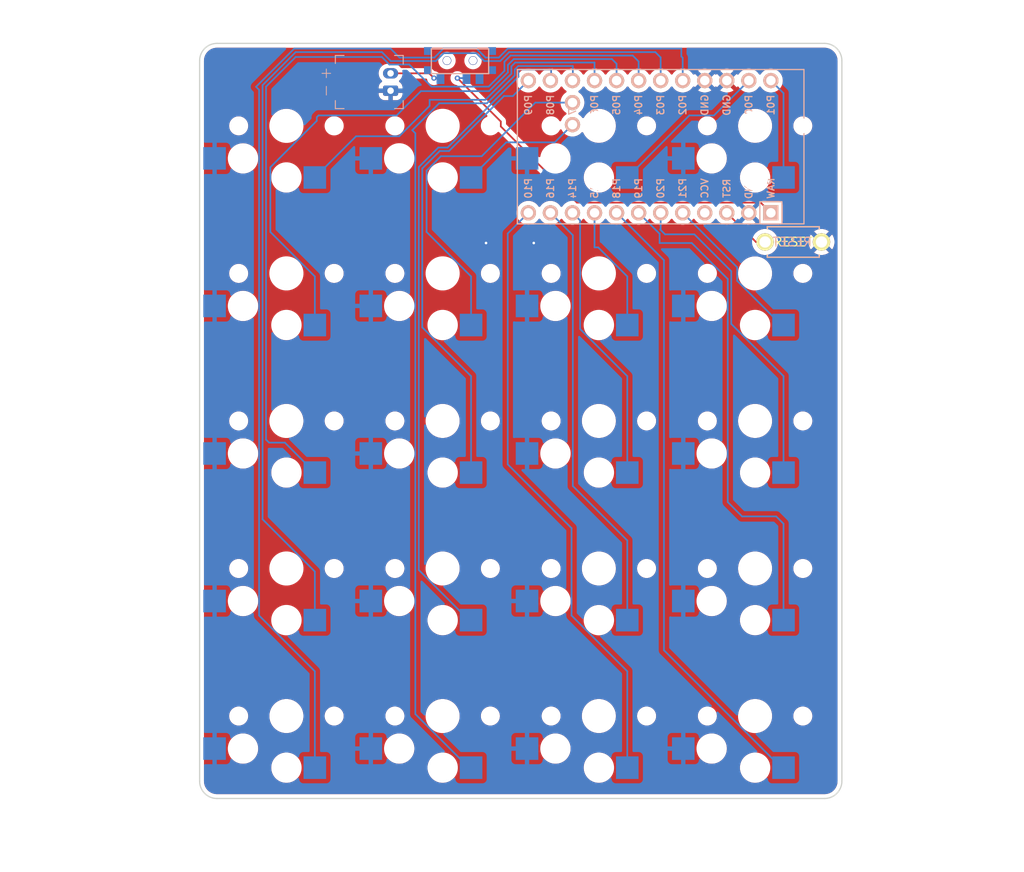
<source format=kicad_pcb>
(kicad_pcb (version 20241229) (generator "pcbnew") (generator_version "9.0")
  (title_block (title "freezepad-pcb") (date "2026-02-03") (rev "v1.0.0") (company "Unknown"))
  (layers (0 "F.Cu" signal) (2 "B.Cu" signal) (13 "F.Paste" user) (15 "B.Paste" user) (5 "F.SilkS" user "F.Silkscreen") (7 "B.SilkS" user "B.Silkscreen") (1 "F.Mask" user) (3 "B.Mask" user) (25 "Edge.Cuts" user))
  (net 0 "")
  (net 1 "matrix_col1_row1")
  (net 2 "GND")
  (net 3 "matrix_col1_row2")
  (net 4 "matrix_col1_row3")
  (net 5 "matrix_col1_row4")
  (net 6 "matrix_col1_row5")
  (net 7 "matrix_col2_row1")
  (net 8 "matrix_col2_row2")
  (net 9 "matrix_col2_row3")
  (net 10 "matrix_col2_row4")
  (net 11 "matrix_col2_row5")
  (net 12 "matrix_col3_row1")
  (net 13 "matrix_col3_row2")
  (net 14 "matrix_col3_row3")
  (net 15 "matrix_col3_row4")
  (net 16 "matrix_col3_row5")
  (net 17 "matrix_col4_row1")
  (net 18 "matrix_col4_row2")
  (net 19 "matrix_col4_row3")
  (net 20 "matrix_col4_row4")
  (net 21 "matrix_col4_row5")
  (net 22 "RAW")
  (net 23 "RST")
  (net 24 "VCC")
  (net 25 "B+")
  (footprint "E73:SPDT_C128955" (layer "F.Cu") (at 20 -75.52)
    (property "Reference" "T1" (hide yes))
    (property "Value" "" (hide yes))
    (fp_line (start -3.3 -1.35) (end -3.3 1.5) (stroke (width 0.15)) (layer "B.SilkS"))
    (fp_line (start -3.3 1.5) (end 3.3 1.5) (stroke (width 0.15)) (layer "B.SilkS"))
    (fp_line (start 0 -1.35) (end -3.3 -1.35) (stroke (width 0.15)) (layer "B.SilkS"))
    (fp_line (start 0 -1.35) (end 3.3 -1.35) (stroke (width 0.15)) (layer "B.SilkS"))
    (fp_line (start 1.95 -1.35) (end -1.95 -1.35) (stroke (width 0.15)) (layer "B.SilkS"))
    (fp_line (start 3.3 1.5) (end 3.3 -1.35) (stroke (width 0.15)) (layer "B.SilkS"))
    (pad "" smd rect (at -3.7 -1.1) (size 0.9 0.9) (layers "B.Cu" "B.Mask" "B.Paste"))
    (pad "" smd rect (at -3.7 1.1) (size 0.9 0.9) (layers "B.Cu" "B.Mask" "B.Paste"))
    (pad "" np_thru_hole circle (at -1.5 0) (size 1 1) (drill 0.9) (layers "*.Cu" "*.Mask"))
    (pad "" np_thru_hole circle (at 1.5 0) (size 1 1) (drill 0.9) (layers "*.Cu" "*.Mask"))
    (pad "" smd rect (at 3.7 -1.1) (size 0.9 0.9) (layers "B.Cu" "B.Mask" "B.Paste"))
    (pad "" smd rect (at 3.7 1.1) (size 0.9 0.9) (layers "B.Cu" "B.Mask" "B.Paste"))
    (pad "1" smd rect (at -2.25 2.075) (size 0.9 1.25) (layers "B.Cu" "B.Mask" "B.Paste") (net 25 "B+"))
    (pad "2" smd rect (at 0.75 2.075) (size 0.9 1.25) (layers "B.Cu" "B.Mask" "B.Paste") (net 22 "RAW"))
    (pad "3" smd rect (at 2.25 2.075) (size 0.9 1.25) (layers "B.Cu" "B.Mask" "B.Paste"))
  )
  (footprint "kbd:ResetSW" (layer "F.Cu") (at 58.4 -54.62 180)
    (property "Reference" "B1" (hide yes))
    (property "Value" "")
    (fp_line (start 3 1.75) (end 3 1.5) (stroke (width 0.15)) (layer "F.SilkS"))
    (fp_line (start 3 -1.75) (end 3 -1.5) (stroke (width 0.15)) (layer "F.SilkS"))
    (fp_line (start -3 1.75) (end 3 1.75) (stroke (width 0.15)) (layer "F.SilkS"))
    (fp_line (start -3 1.75) (end -3 1.5) (stroke (width 0.15)) (layer "F.SilkS"))
    (fp_line (start -3 -1.75) (end 3 -1.75) (stroke (width 0.15)) (layer "F.SilkS"))
    (fp_line (start -3 -1.75) (end -3 -1.5) (stroke (width 0.15)) (layer "F.SilkS"))
    (fp_line (start 3 1.75) (end -3 1.75) (stroke (width 0.15)) (layer "B.SilkS"))
    (fp_line (start 3 1.5) (end 3 1.75) (stroke (width 0.15)) (layer "B.SilkS"))
    (fp_line (start 3 -1.75) (end 3 -1.5) (stroke (width 0.15)) (layer "B.SilkS"))
    (fp_line (start -3 1.75) (end -3 1.5) (stroke (width 0.15)) (layer "B.SilkS"))
    (fp_line (start -3 -1.5) (end -3 -1.75) (stroke (width 0.15)) (layer "B.SilkS"))
    (fp_line (start -3 -1.75) (end 3 -1.75) (stroke (width 0.15)) (layer "B.SilkS"))
    (fp_text user "RESET" (at 0 0 180) (layer "F.SilkS"))
    (fp_text user "RESET" (at 0.127 0 180) (layer "B.SilkS") (effects (justify mirror)))
    (pad "1" thru_hole circle (at 3.25 0 180) (size 2 2) (drill 1.3) (layers "*.Cu" "*.Mask" "F.SilkS") (net 23 "RST"))
    (pad "2" thru_hole circle (at -3.25 0 180) (size 2 2) (drill 1.3) (layers "*.Cu" "*.Mask" "F.SilkS") (net 2 "GND"))
  )
  (footprint "PG1350" (layer "F.Cu") (at 36 -17 180)
    (property "Reference" "S12" (hide yes))
    (property "Value" "" (hide yes))
    (pad "" np_thru_hole circle (at -5.5 0) (size 1.7018 1.7018) (drill 1.7018) (layers "*.Cu" "*.Mask"))
    (pad "" np_thru_hole circle (at 0 -5.95) (size 3 3) (drill 3) (layers "*.Cu" "*.Mask"))
    (pad "" np_thru_hole circle (at 0 0) (size 3.429 3.429) (drill 3.429) (layers "*.Cu" "*.Mask"))
    (pad "" np_thru_hole circle (at 5 -3.75) (size 3 3) (drill 3) (layers "*.Cu" "*.Mask"))
    (pad "" np_thru_hole circle (at 5.5 0) (size 1.7018 1.7018) (drill 1.7018) (layers "*.Cu" "*.Mask"))
    (pad "1" smd rect (at -3.275 -5.95 180) (size 2.6 2.6) (layers "B.Cu" "B.Mask" "B.Paste") (net 13 "matrix_col3_row2"))
    (pad "2" smd rect (at 8.275 -3.75 180) (size 2.6 2.6) (layers "B.Cu" "B.Mask" "B.Paste") (net 2 "GND"))
  )
  (footprint "PG1350" (layer "F.Cu") (at 54 -51 180)
    (property "Reference" "S19" (hide yes))
    (property "Value" "" (hide yes))
    (pad "" np_thru_hole circle (at -5.5 0) (size 1.7018 1.7018) (drill 1.7018) (layers "*.Cu" "*.Mask"))
    (pad "" np_thru_hole circle (at 0 -5.95) (size 3 3) (drill 3) (layers "*.Cu" "*.Mask"))
    (pad "" np_thru_hole circle (at 0 0) (size 3.429 3.429) (drill 3.429) (layers "*.Cu" "*.Mask"))
    (pad "" np_thru_hole circle (at 5 -3.75) (size 3 3) (drill 3) (layers "*.Cu" "*.Mask"))
    (pad "" np_thru_hole circle (at 5.5 0) (size 1.7018 1.7018) (drill 1.7018) (layers "*.Cu" "*.Mask"))
    (pad "1" smd rect (at -3.275 -5.95 180) (size 2.6 2.6) (layers "B.Cu" "B.Mask" "B.Paste") (net 20 "matrix_col4_row4"))
    (pad "2" smd rect (at 8.275 -3.75 180) (size 2.6 2.6) (layers "B.Cu" "B.Mask" "B.Paste") (net 2 "GND"))
  )
  (footprint "PG1350" (layer "F.Cu") (at 18 -51 180)
    (property "Reference" "S9" (hide yes))
    (property "Value" "" (hide yes))
    (pad "" np_thru_hole circle (at -5.5 0) (size 1.7018 1.7018) (drill 1.7018) (layers "*.Cu" "*.Mask"))
    (pad "" np_thru_hole circle (at 0 -5.95) (size 3 3) (drill 3) (layers "*.Cu" "*.Mask"))
    (pad "" np_thru_hole circle (at 0 0) (size 3.429 3.429) (drill 3.429) (layers "*.Cu" "*.Mask"))
    (pad "" np_thru_hole circle (at 5 -3.75) (size 3 3) (drill 3) (layers "*.Cu" "*.Mask"))
    (pad "" np_thru_hole circle (at 5.5 0) (size 1.7018 1.7018) (drill 1.7018) (layers "*.Cu" "*.Mask"))
    (pad "1" smd rect (at -3.275 -5.95 180) (size 2.6 2.6) (layers "B.Cu" "B.Mask" "B.Paste") (net 10 "matrix_col2_row4"))
    (pad "2" smd rect (at 8.275 -3.75 180) (size 2.6 2.6) (layers "B.Cu" "B.Mask" "B.Paste") (net 2 "GND"))
  )
  (footprint "PG1350" (layer "F.Cu") (at 0 -68 180)
    (property "Reference" "S5" (hide yes))
    (property "Value" "" (hide yes))
    (pad "" np_thru_hole circle (at -5.5 0) (size 1.7018 1.7018) (drill 1.7018) (layers "*.Cu" "*.Mask"))
    (pad "" np_thru_hole circle (at 0 -5.95) (size 3 3) (drill 3) (layers "*.Cu" "*.Mask"))
    (pad "" np_thru_hole circle (at 0 0) (size 3.429 3.429) (drill 3.429) (layers "*.Cu" "*.Mask"))
    (pad "" np_thru_hole circle (at 5 -3.75) (size 3 3) (drill 3) (layers "*.Cu" "*.Mask"))
    (pad "" np_thru_hole circle (at 5.5 0) (size 1.7018 1.7018) (drill 1.7018) (layers "*.Cu" "*.Mask"))
    (pad "1" smd rect (at -3.275 -5.95 180) (size 2.6 2.6) (layers "B.Cu" "B.Mask" "B.Paste") (net 6 "matrix_col1_row5"))
    (pad "2" smd rect (at 8.275 -3.75 180) (size 2.6 2.6) (layers "B.Cu" "B.Mask" "B.Paste") (net 2 "GND"))
  )
  (footprint "PG1350" (layer "F.Cu") (at 18 -68 180)
    (property "Reference" "S10" (hide yes))
    (property "Value" "" (hide yes))
    (pad "" np_thru_hole circle (at -5.5 0) (size 1.7018 1.7018) (drill 1.7018) (layers "*.Cu" "*.Mask"))
    (pad "" np_thru_hole circle (at 0 -5.95) (size 3 3) (drill 3) (layers "*.Cu" "*.Mask"))
    (pad "" np_thru_hole circle (at 0 0) (size 3.429 3.429) (drill 3.429) (layers "*.Cu" "*.Mask"))
    (pad "" np_thru_hole circle (at 5 -3.75) (size 3 3) (drill 3) (layers "*.Cu" "*.Mask"))
    (pad "" np_thru_hole circle (at 5.5 0) (size 1.7018 1.7018) (drill 1.7018) (layers "*.Cu" "*.Mask"))
    (pad "1" smd rect (at -3.275 -5.95 180) (size 2.6 2.6) (layers "B.Cu" "B.Mask" "B.Paste") (net 11 "matrix_col2_row5"))
    (pad "2" smd rect (at 8.275 -3.75 180) (size 2.6 2.6) (layers "B.Cu" "B.Mask" "B.Paste") (net 2 "GND"))
  )
  (footprint "PG1350" (layer "F.Cu") (at 54 -17 180)
    (property "Reference" "S17" (hide yes))
    (property "Value" "" (hide yes))
    (pad "" np_thru_hole circle (at -5.5 0) (size 1.7018 1.7018) (drill 1.7018) (layers "*.Cu" "*.Mask"))
    (pad "" np_thru_hole circle (at 0 -5.95) (size 3 3) (drill 3) (layers "*.Cu" "*.Mask"))
    (pad "" np_thru_hole circle (at 0 0) (size 3.429 3.429) (drill 3.429) (layers "*.Cu" "*.Mask"))
    (pad "" np_thru_hole circle (at 5 -3.75) (size 3 3) (drill 3) (layers "*.Cu" "*.Mask"))
    (pad "" np_thru_hole circle (at 5.5 0) (size 1.7018 1.7018) (drill 1.7018) (layers "*.Cu" "*.Mask"))
    (pad "1" smd rect (at -3.275 -5.95 180) (size 2.6 2.6) (layers "B.Cu" "B.Mask" "B.Paste") (net 18 "matrix_col4_row2"))
    (pad "2" smd rect (at 8.275 -3.75 180) (size 2.6 2.6) (layers "B.Cu" "B.Mask" "B.Paste") (net 2 "GND"))
  )
  (footprint "PG1350" (layer "F.Cu") (at 0 0 180)
    (property "Reference" "S1" (hide yes))
    (property "Value" "" (hide yes))
    (pad "" np_thru_hole circle (at -5.5 0) (size 1.7018 1.7018) (drill 1.7018) (layers "*.Cu" "*.Mask"))
    (pad "" np_thru_hole circle (at 0 -5.95) (size 3 3) (drill 3) (layers "*.Cu" "*.Mask"))
    (pad "" np_thru_hole circle (at 0 0) (size 3.429 3.429) (drill 3.429) (layers "*.Cu" "*.Mask"))
    (pad "" np_thru_hole circle (at 5 -3.75) (size 3 3) (drill 3) (layers "*.Cu" "*.Mask"))
    (pad "" np_thru_hole circle (at 5.5 0) (size 1.7018 1.7018) (drill 1.7018) (layers "*.Cu" "*.Mask"))
    (pad "1" smd rect (at -3.275 -5.95 180) (size 2.6 2.6) (layers "B.Cu" "B.Mask" "B.Paste") (net 1 "matrix_col1_row1"))
    (pad "2" smd rect (at 8.275 -3.75 180) (size 2.6 2.6) (layers "B.Cu" "B.Mask" "B.Paste") (net 2 "GND"))
  )
  (footprint "PG1350" (layer "F.Cu") (at 54 -68 180)
    (property "Reference" "S20" (hide yes))
    (property "Value" "" (hide yes))
    (pad "" np_thru_hole circle (at -5.5 0) (size 1.7018 1.7018) (drill 1.7018) (layers "*.Cu" "*.Mask"))
    (pad "" np_thru_hole circle (at 0 -5.95) (size 3 3) (drill 3) (layers "*.Cu" "*.Mask"))
    (pad "" np_thru_hole circle (at 0 0) (size 3.429 3.429) (drill 3.429) (layers "*.Cu" "*.Mask"))
    (pad "" np_thru_hole circle (at 5 -3.75) (size 3 3) (drill 3) (layers "*.Cu" "*.Mask"))
    (pad "" np_thru_hole circle (at 5.5 0) (size 1.7018 1.7018) (drill 1.7018) (layers "*.Cu" "*.Mask"))
    (pad "1" smd rect (at -3.275 -5.95 180) (size 2.6 2.6) (layers "B.Cu" "B.Mask" "B.Paste") (net 21 "matrix_col4_row5"))
    (pad "2" smd rect (at 8.275 -3.75 180) (size 2.6 2.6) (layers "B.Cu" "B.Mask" "B.Paste") (net 2 "GND"))
  )
  (footprint "PG1350" (layer "F.Cu") (at 36 -51 180)
    (property "Reference" "S14" (hide yes))
    (property "Value" "" (hide yes))
    (pad "" np_thru_hole circle (at -5.5 0) (size 1.7018 1.7018) (drill 1.7018) (layers "*.Cu" "*.Mask"))
    (pad "" np_thru_hole circle (at 0 -5.95) (size 3 3) (drill 3) (layers "*.Cu" "*.Mask"))
    (pad "" np_thru_hole circle (at 0 0) (size 3.429 3.429) (drill 3.429) (layers "*.Cu" "*.Mask"))
    (pad "" np_thru_hole circle (at 5 -3.75) (size 3 3) (drill 3) (layers "*.Cu" "*.Mask"))
    (pad "" np_thru_hole circle (at 5.5 0) (size 1.7018 1.7018) (drill 1.7018) (layers "*.Cu" "*.Mask"))
    (pad "1" smd rect (at -3.275 -5.95 180) (size 2.6 2.6) (layers "B.Cu" "B.Mask" "B.Paste") (net 15 "matrix_col3_row4"))
    (pad "2" smd rect (at 8.275 -3.75 180) (size 2.6 2.6) (layers "B.Cu" "B.Mask" "B.Paste") (net 2 "GND"))
  )
  (footprint "PG1350" (layer "F.Cu") (at 0 -51 180)
    (property "Reference" "S4" (hide yes))
    (property "Value" "" (hide yes))
    (pad "" np_thru_hole circle (at -5.5 0) (size 1.7018 1.7018) (drill 1.7018) (layers "*.Cu" "*.Mask"))
    (pad "" np_thru_hole circle (at 0 -5.95) (size 3 3) (drill 3) (layers "*.Cu" "*.Mask"))
    (pad "" np_thru_hole circle (at 0 0) (size 3.429 3.429) (drill 3.429) (layers "*.Cu" "*.Mask"))
    (pad "" np_thru_hole circle (at 5 -3.75) (size 3 3) (drill 3) (layers "*.Cu" "*.Mask"))
    (pad "" np_thru_hole circle (at 5.5 0) (size 1.7018 1.7018) (drill 1.7018) (layers "*.Cu" "*.Mask"))
    (pad "1" smd rect (at -3.275 -5.95 180) (size 2.6 2.6) (layers "B.Cu" "B.Mask" "B.Paste") (net 5 "matrix_col1_row4"))
    (pad "2" smd rect (at 8.275 -3.75 180) (size 2.6 2.6) (layers "B.Cu" "B.Mask" "B.Paste") (net 2 "GND"))
  )
  (footprint "PG1350" (layer "F.Cu") (at 54 0 180)
    (property "Reference" "S16" (hide yes))
    (property "Value" "" (hide yes))
    (pad "" np_thru_hole circle (at -5.5 0) (size 1.7018 1.7018) (drill 1.7018) (layers "*.Cu" "*.Mask"))
    (pad "" np_thru_hole circle (at 0 -5.95) (size 3 3) (drill 3) (layers "*.Cu" "*.Mask"))
    (pad "" np_thru_hole circle (at 0 0) (size 3.429 3.429) (drill 3.429) (layers "*.Cu" "*.Mask"))
    (pad "" np_thru_hole circle (at 5 -3.75) (size 3 3) (drill 3) (layers "*.Cu" "*.Mask"))
    (pad "" np_thru_hole circle (at 5.5 0) (size 1.7018 1.7018) (drill 1.7018) (layers "*.Cu" "*.Mask"))
    (pad "1" smd rect (at -3.275 -5.95 180) (size 2.6 2.6) (layers "B.Cu" "B.Mask" "B.Paste") (net 17 "matrix_col4_row1"))
    (pad "2" smd rect (at 8.275 -3.75 180) (size 2.6 2.6) (layers "B.Cu" "B.Mask" "B.Paste") (net 2 "GND"))
  )
  (footprint "PG1350" (layer "F.Cu") (at 0 -34 180)
    (property "Reference" "S3" (hide yes))
    (property "Value" "" (hide yes))
    (pad "" np_thru_hole circle (at -5.5 0) (size 1.7018 1.7018) (drill 1.7018) (layers "*.Cu" "*.Mask"))
    (pad "" np_thru_hole circle (at 0 -5.95) (size 3 3) (drill 3) (layers "*.Cu" "*.Mask"))
    (pad "" np_thru_hole circle (at 0 0) (size 3.429 3.429) (drill 3.429) (layers "*.Cu" "*.Mask"))
    (pad "" np_thru_hole circle (at 5 -3.75) (size 3 3) (drill 3) (layers "*.Cu" "*.Mask"))
    (pad "" np_thru_hole circle (at 5.5 0) (size 1.7018 1.7018) (drill 1.7018) (layers "*.Cu" "*.Mask"))
    (pad "1" smd rect (at -3.275 -5.95 180) (size 2.6 2.6) (layers "B.Cu" "B.Mask" "B.Paste") (net 4 "matrix_col1_row3"))
    (pad "2" smd rect (at 8.275 -3.75 180) (size 2.6 2.6) (layers "B.Cu" "B.Mask" "B.Paste") (net 2 "GND"))
  )
  (footprint "ProMicro" (layer "F.Cu") (at 41.85 -65.6 180)
    (property "Reference" "MCU1" (hide yes))
    (property "Value" "" (hide yes))
    (fp_line (start 15.24 8.89) (end 15.24 -8.89) (stroke (width 0.15)) (layer "B.SilkS"))
    (fp_line (start 15.24 -8.89) (end -17.78 -8.89) (stroke (width 0.15)) (layer "B.SilkS"))
    (fp_line (start -12.7 -6.35) (end -12.7 -8.89) (stroke (width 0.15)) (layer "B.SilkS"))
    (fp_line (start -15.24 -6.35) (end -12.7 -6.35) (stroke (width 0.15)) (layer "B.SilkS"))
    (fp_line (start -15.24 -6.35) (end -15.24 -8.89) (stroke (width 0.15)) (layer "B.SilkS"))
    (fp_line (start -17.78 8.89) (end 15.24 8.89) (stroke (width 0.15)) (layer "B.SilkS"))
    (fp_line (start -17.78 -8.89) (end -17.78 8.89) (stroke (width 0.15)) (layer "B.SilkS"))
    (fp_text user "P06" (at 6.35 4.8 270) (layer "B.SilkS") (effects (font (size 0.8 0.8)) (justify mirror)))
    (fp_text user "P05" (at 3.81 4.8 270) (layer "B.SilkS") (effects (font (size 0.8 0.8)) (justify mirror)))
    (fp_text user "P19" (at 1.27 -4.8 270) (layer "B.SilkS") (effects (font (size 0.8 0.8)) (justify mirror)))
    (fp_text user "P04" (at 1.27 4.8 270) (layer "B.SilkS") (effects (font (size 0.8 0.8)) (justify mirror)))
    (fp_text user "GND" (at -11.43 -4.8 270) (layer "B.SilkS") (effects (font (size 0.8 0.8)) (justify mirror)))
    (fp_text user "P15" (at 6.35 -4.8 270) (layer "B.SilkS") (effects (font (size 0.8 0.8)) (justify mirror)))
    (fp_text user "RST" (at -8.89 -4.8 270) (layer "B.SilkS") (effects (font (size 0.8 0.8)) (justify mirror)))
    (fp_text user "P03" (at -1.27 4.8 270) (layer "B.SilkS") (effects (font (size 0.8 0.8)) (justify mirror)))
    (fp_text user "P21" (at -3.81 -4.8 270) (layer "B.SilkS") (effects (font (size 0.8 0.8)) (justify mirror)))
    (fp_text user "P20" (at -1.27 -4.8 270) (layer "B.SilkS") (effects (font (size 0.8 0.8)) (justify mirror)))
    (fp_text user "P00" (at -11.43 4.8 270) (layer "B.SilkS") (effects (font (size 0.8 0.8)) (justify mirror)))
    (fp_text user "P10" (at 13.97 -4.8 270) (layer "B.SilkS") (effects (font (size 0.8 0.8)) (justify mirror)))
    (fp_text user "P07" (at 8.89 4.8 270) (layer "B.SilkS") (effects (font (size 0.8 0.8)) (justify mirror)))
    (fp_text user "GND" (at -8.89 4.8 270) (layer "B.SilkS") (effects (font (size 0.8 0.8)) (justify mirror)))
    (fp_text user "P01" (at -13.97 4.8 270) (layer "B.SilkS") (effects (font (size 0.8 0.8)) (justify mirror)))
    (fp_text user "P09" (at 13.97 4.8 270) (layer "B.SilkS") (effects (font (size 0.8 0.8)) (justify mirror)))
    (fp_text user "P16" (at 11.43 -4.8 270) (layer "B.SilkS") (effects (font (size 0.8 0.8)) (justify mirror)))
    (fp_text user "GND" (at -6.35 4.8 270) (layer "B.SilkS") (effects (font (size 0.8 0.8)) (justify mirror)))
    (fp_text user "P14" (at 8.89 -4.8 270) (layer "B.SilkS") (effects (font (size 0.8 0.8)) (justify mirror)))
    (fp_text user "P08" (at 11.43 4.8 270) (layer "B.SilkS") (effects (font (size 0.8 0.8)) (justify mirror)))
    (fp_text user "VCC" (at -6.35 -4.8 270) (layer "B.SilkS") (effects (font (size 0.8 0.8)) (justify mirror)))
    (fp_text user "P18" (at 3.81 -4.8 270) (layer "B.SilkS") (effects (font (size 0.8 0.8)) (justify mirror)))
    (fp_text user "RAW" (at -13.97 -4.8 270) (layer "B.SilkS") (effects (font (size 0.8 0.8)) (justify mirror)))
    (fp_text user "P02" (at -3.81 4.8 270) (layer "B.SilkS") (effects (font (size 0.8 0.8)) (justify mirror)))
    (pad "1" thru_hole rect (at -13.97 -7.62 180) (size 1.7526 1.7526) (drill 1.0922) (layers "*.Cu" "*.SilkS" "*.Mask") (net 22 "RAW"))
    (pad "2" thru_hole circle (at -11.43 -7.62) (size 1.7526 1.7526) (drill 1.0922) (layers "*.Cu" "*.SilkS" "*.Mask") (net 2 "GND"))
    (pad "3" thru_hole circle (at -8.89 -7.62) (size 1.7526 1.7526) (drill 1.0922) (layers "*.Cu" "*.SilkS" "*.Mask") (net 23 "RST"))
    (pad "4" thru_hole circle (at -6.35 -7.62) (size 1.7526 1.7526) (drill 1.0922) (layers "*.Cu" "*.SilkS" "*.Mask") (net 24 "VCC"))
    (pad "5" thru_hole circle (at -3.81 -7.62) (size 1.7526 1.7526) (drill 1.0922) (layers "*.Cu" "*.SilkS" "*.Mask") (net 20 "matrix_col4_row4"))
    (pad "6" thru_hole circle (at -1.27 -7.62) (size 1.7526 1.7526) (drill 1.0922) (layers "*.Cu" "*.SilkS" "*.Mask") (net 19 "matrix_col4_row3"))
    (pad "7" thru_hole circle (at 1.27 -7.62) (size 1.7526 1.7526) (drill 1.0922) (layers "*.Cu" "*.SilkS" "*.Mask") (net 18 "matrix_col4_row2"))
    (pad "8" thru_hole circle (at 3.81 -7.62) (size 1.7526 1.7526) (drill 1.0922) (layers "*.Cu" "*.SilkS" "*.Mask") (net 17 "matrix_col4_row1"))
    (pad "9" thru_hole circle (at 6.35 -7.62) (size 1.7526 1.7526) (drill 1.0922) (layers "*.Cu" "*.SilkS" "*.Mask") (net 15 "matrix_col3_row4"))
    (pad "10" thru_hole circle (at 8.89 -7.62) (size 1.7526 1.7526) (drill 1.0922) (layers "*.Cu" "*.SilkS" "*.Mask") (net 14 "matrix_col3_row3"))
    (pad "11" thru_hole circle (at 11.43 -7.62) (size 1.7526 1.7526) (drill 1.0922) (layers "*.Cu" "*.SilkS" "*.Mask") (net 13 "matrix_col3_row2"))
    (pad "12" thru_hole circle (at 13.97 -7.62) (size 1.7526 1.7526) (drill 1.0922) (layers "*.Cu" "*.SilkS" "*.Mask") (net 12 "matrix_col3_row1"))
    (pad "13" thru_hole circle (at -13.97 7.62) (size 1.7526 1.7526) (drill 1.0922) (layers "*.Cu" "*.SilkS" "*.Mask") (net 21 "matrix_col4_row5"))
    (pad "14" thru_hole circle (at -11.43 7.62) (size 1.7526 1.7526) (drill 1.0922) (layers "*.Cu" "*.SilkS" "*.Mask") (net 16 "matrix_col3_row5"))
    (pad "15" thru_hole circle (at -8.89 7.62) (size 1.7526 1.7526) (drill 1.0922) (layers "*.Cu" "*.SilkS" "*.Mask") (net 2 "GND"))
    (pad "16" thru_hole circle (at -6.35 7.62) (size 1.7526 1.7526) (drill 1.0922) (layers "*.Cu" "*.SilkS" "*.Mask") (net 2 "GND"))
    (pad "17" thru_hole circle (at -3.81 7.62) (size 1.7526 1.7526) (drill 1.0922) (layers "*.Cu" "*.SilkS" "*.Mask") (net 1 "matrix_col1_row1"))
    (pad "18" thru_hole circle (at -1.27 7.62) (size 1.7526 1.7526) (drill 1.0922) (layers "*.Cu" "*.SilkS" "*.Mask") (net 3 "matrix_col1_row2"))
    (pad "19" thru_hole circle (at 1.27 7.62) (size 1.7526 1.7526) (drill 1.0922) (layers "*.Cu" "*.SilkS" "*.Mask") (net 4 "matrix_col1_row3"))
    (pad "20" thru_hole circle (at 3.81 7.62) (size 1.7526 1.7526) (drill 1.0922) (layers "*.Cu" "*.SilkS" "*.Mask") (net 5 "matrix_col1_row4"))
    (pad "21" thru_hole circle (at 6.35 7.62) (size 1.7526 1.7526) (drill 1.0922) (layers "*.Cu" "*.SilkS" "*.Mask") (net 6 "matrix_col1_row5"))
    (pad "22" thru_hole circle (at 8.89 7.62) (size 1.7526 1.7526) (drill 1.0922) (layers "*.Cu" "*.SilkS" "*.Mask") (net 7 "matrix_col2_row1"))
    (pad "23" thru_hole circle (at 11.43 7.62) (size 1.7526 1.7526) (drill 1.0922) (layers "*.Cu" "*.SilkS" "*.Mask") (net 8 "matrix_col2_row2"))
    (pad "24" thru_hole circle (at 13.97 7.62) (size 1.7526 1.7526) (drill 1.0922) (layers "*.Cu" "*.SilkS" "*.Mask") (net 9 "matrix_col2_row3"))
    (pad "31" thru_hole circle (at 8.89 5.08) (size 1.7526 1.7526) (drill 1.0922) (layers "*.Cu" "*.SilkS" "*.Mask") (net 10 "matrix_col2_row4"))
    (pad "32" thru_hole circle (at 8.89 2.54) (size 1.7526 1.7526) (drill 1.0922) (layers "*.Cu" "*.SilkS" "*.Mask") (net 11 "matrix_col2_row5"))
  )
  (footprint "PG1350" (layer "F.Cu") (at 18 0 180)
    (property "Reference" "S6" (hide yes))
    (property "Value" "" (hide yes))
    (pad "" np_thru_hole circle (at -5.5 0) (size 1.7018 1.7018) (drill 1.7018) (layers "*.Cu" "*.Mask"))
    (pad "" np_thru_hole circle (at 0 -5.95) (size 3 3) (drill 3) (layers "*.Cu" "*.Mask"))
    (pad "" np_thru_hole circle (at 0 0) (size 3.429 3.429) (drill 3.429) (layers "*.Cu" "*.Mask"))
    (pad "" np_thru_hole circle (at 5 -3.75) (size 3 3) (drill 3) (layers "*.Cu" "*.Mask"))
    (pad "" np_thru_hole circle (at 5.5 0) (size 1.7018 1.7018) (drill 1.7018) (layers "*.Cu" "*.Mask"))
    (pad "1" smd rect (at -3.275 -5.95 180) (size 2.6 2.6) (layers "B.Cu" "B.Mask" "B.Paste") (net 7 "matrix_col2_row1"))
    (pad "2" smd rect (at 8.275 -3.75 180) (size 2.6 2.6) (layers "B.Cu" "B.Mask" "B.Paste") (net 2 "GND"))
  )
  (footprint "PG1350" (layer "F.Cu") (at 36 0 180)
    (property "Reference" "S11" (hide yes))
    (property "Value" "" (hide yes))
    (pad "" np_thru_hole circle (at -5.5 0) (size 1.7018 1.7018) (drill 1.7018) (layers "*.Cu" "*.Mask"))
    (pad "" np_thru_hole circle (at 0 -5.95) (size 3 3) (drill 3) (layers "*.Cu" "*.Mask"))
    (pad "" np_thru_hole circle (at 0 0) (size 3.429 3.429) (drill 3.429) (layers "*.Cu" "*.Mask"))
    (pad "" np_thru_hole circle (at 5 -3.75) (size 3 3) (drill 3) (layers "*.Cu" "*.Mask"))
    (pad "" np_thru_hole circle (at 5.5 0) (size 1.7018 1.7018) (drill 1.7018) (layers "*.Cu" "*.Mask"))
    (pad "1" smd rect (at -3.275 -5.95 180) (size 2.6 2.6) (layers "B.Cu" "B.Mask" "B.Paste") (net 12 "matrix_col3_row1"))
    (pad "2" smd rect (at 8.275 -3.75 180) (size 2.6 2.6) (layers "B.Cu" "B.Mask" "B.Paste") (net 2 "GND"))
  )
  (footprint "PG1350" (layer "F.Cu") (at 18 -17 180)
    (property "Reference" "S7" (hide yes))
    (property "Value" "" (hide yes))
    (pad "" np_thru_hole circle (at -5.5 0) (size 1.7018 1.7018) (drill 1.7018) (layers "*.Cu" "*.Mask"))
    (pad "" np_thru_hole circle (at 0 -5.95) (size 3 3) (drill 3) (layers "*.Cu" "*.Mask"))
    (pad "" np_thru_hole circle (at 0 0) (size 3.429 3.429) (drill 3.429) (layers "*.Cu" "*.Mask"))
    (pad "" np_thru_hole circle (at 5 -3.75) (size 3 3) (drill 3) (layers "*.Cu" "*.Mask"))
    (pad "" np_thru_hole circle (at 5.5 0) (size 1.7018 1.7018) (drill 1.7018) (layers "*.Cu" "*.Mask"))
    (pad "1" smd rect (at -3.275 -5.95 180) (size 2.6 2.6) (layers "B.Cu" "B.Mask" "B.Paste") (net 8 "matrix_col2_row2"))
    (pad "2" smd rect (at 8.275 -3.75 180) (size 2.6 2.6) (layers "B.Cu" "B.Mask" "B.Paste") (net 2 "GND"))
  )
  (footprint "PG1350" (layer "F.Cu") (at 36 -68 180)
    (property "Reference" "S15" (hide yes))
    (property "Value" "" (hide yes))
    (pad "" np_thru_hole circle (at -5.5 0) (size 1.7018 1.7018) (drill 1.7018) (layers "*.Cu" "*.Mask"))
    (pad "" np_thru_hole circle (at 0 -5.95) (size 3 3) (drill 3) (layers "*.Cu" "*.Mask"))
    (pad "" np_thru_hole circle (at 0 0) (size 3.429 3.429) (drill 3.429) (layers "*.Cu" "*.Mask"))
    (pad "" np_thru_hole circle (at 5 -3.75) (size 3 3) (drill 3) (layers "*.Cu" "*.Mask"))
    (pad "" np_thru_hole circle (at 5.5 0) (size 1.7018 1.7018) (drill 1.7018) (layers "*.Cu" "*.Mask"))
    (pad "1" smd rect (at -3.275 -5.95 180) (size 2.6 2.6) (layers "B.Cu" "B.Mask" "B.Paste") (net 16 "matrix_col3_row5"))
    (pad "2" smd rect (at 8.275 -3.75 180) (size 2.6 2.6) (layers "B.Cu" "B.Mask" "B.Paste") (net 2 "GND"))
  )
  (footprint "PG1350" (layer "F.Cu") (at 54 -34 180)
    (property "Reference" "S18" (hide yes))
    (property "Value" "" (hide yes))
    (pad "" np_thru_hole circle (at -5.5 0) (size 1.7018 1.7018) (drill 1.7018) (layers "*.Cu" "*.Mask"))
    (pad "" np_thru_hole circle (at 0 -5.95) (size 3 3) (drill 3) (layers "*.Cu" "*.Mask"))
    (pad "" np_thru_hole circle (at 0 0) (size 3.429 3.429) (drill 3.429) (layers "*.Cu" "*.Mask"))
    (pad "" np_thru_hole circle (at 5 -3.75) (size 3 3) (drill 3) (layers "*.Cu" "*.Mask"))
    (pad "" np_thru_hole circle (at 5.5 0) (size 1.7018 1.7018) (drill 1.7018) (layers "*.Cu" "*.Mask"))
    (pad "1" smd rect (at -3.275 -5.95 180) (size 2.6 2.6) (layers "B.Cu" "B.Mask" "B.Paste") (net 19 "matrix_col4_row3"))
    (pad "2" smd rect (at 8.275 -3.75 180) (size 2.6 2.6) (layers "B.Cu" "B.Mask" "B.Paste") (net 2 "GND"))
  )
  (footprint "PG1350" (layer "F.Cu") (at 0 -17 180)
    (property "Reference" "S2" (hide yes))
    (property "Value" "" (hide yes))
    (pad "" np_thru_hole circle (at -5.5 0) (size 1.7018 1.7018) (drill 1.7018) (layers "*.Cu" "*.Mask"))
    (pad "" np_thru_hole circle (at 0 -5.95) (size 3 3) (drill 3) (layers "*.Cu" "*.Mask"))
    (pad "" np_thru_hole circle (at 0 0) (size 3.429 3.429) (drill 3.429) (layers "*.Cu" "*.Mask"))
    (pad "" np_thru_hole circle (at 5 -3.75) (size 3 3) (drill 3) (layers "*.Cu" "*.Mask"))
    (pad "" np_thru_hole circle (at 5.5 0) (size 1.7018 1.7018) (drill 1.7018) (layers "*.Cu" "*.Mask"))
    (pad "1" smd rect (at -3.275 -5.95 180) (size 2.6 2.6) (layers "B.Cu" "B.Mask" "B.Paste") (net 3 "matrix_col1_row2"))
    (pad "2" smd rect (at 8.275 -3.75 180) (size 2.6 2.6) (layers "B.Cu" "B.Mask" "B.Paste") (net 2 "GND"))
  )
  (footprint "PG1350" (layer "F.Cu") (at 18 -34 180)
    (property "Reference" "S8" (hide yes))
    (property "Value" "" (hide yes))
    (pad "" np_thru_hole circle (at -5.5 0) (size 1.7018 1.7018) (drill 1.7018) (layers "*.Cu" "*.Mask"))
    (pad "" np_thru_hole circle (at 0 -5.95) (size 3 3) (drill 3) (layers "*.Cu" "*.Mask"))
    (pad "" np_thru_hole circle (at 0 0) (size 3.429 3.429) (drill 3.429) (layers "*.Cu" "*.Mask"))
    (pad "" np_thru_hole circle (at 5 -3.75) (size 3 3) (drill 3) (layers "*.Cu" "*.Mask"))
    (pad "" np_thru_hole circle (at 5.5 0) (size 1.7018 1.7018) (drill 1.7018) (layers "*.Cu" "*.Mask"))
    (pad "1" smd rect (at -3.275 -5.95 180) (size 2.6 2.6) (layers "B.Cu" "B.Mask" "B.Paste") (net 9 "matrix_col2_row3"))
    (pad "2" smd rect (at 8.275 -3.75 180) (size 2.6 2.6) (layers "B.Cu" "B.Mask" "B.Paste") (net 2 "GND"))
  )
  (footprint "PG1350" (layer "F.Cu") (at 36 -34 180)
    (property "Reference" "S13" (hide yes))
    (property "Value" "" (hide yes))
    (pad "" np_thru_hole circle (at -5.5 0) (size 1.7018 1.7018) (drill 1.7018) (layers "*.Cu" "*.Mask"))
    (pad "" np_thru_hole circle (at 0 -5.95) (size 3 3) (drill 3) (layers "*.Cu" "*.Mask"))
    (pad "" np_thru_hole circle (at 0 0) (size 3.429 3.429) (drill 3.429) (layers "*.Cu" "*.Mask"))
    (pad "" np_thru_hole circle (at 5 -3.75) (size 3 3) (drill 3) (layers "*.Cu" "*.Mask"))
    (pad "" np_thru_hole circle (at 5.5 0) (size 1.7018 1.7018) (drill 1.7018) (layers "*.Cu" "*.Mask"))
    (pad "1" smd rect (at -3.275 -5.95 180) (size 2.6 2.6) (layers "B.Cu" "B.Mask" "B.Paste") (net 14 "matrix_col3_row3"))
    (pad "2" smd rect (at 8.275 -3.75 180) (size 2.6 2.6) (layers "B.Cu" "B.Mask" "B.Paste") (net 2 "GND"))
  )
  (footprint "ceoloide:battery_connector_jst_ph_2" (layer "B.Cu") (at 12 -73.05 -90)
    (property "Reference" "JST1" (hide yes))
    (property "Value" "")
    (fp_line (start -1.5 7.4) (end -0.5 7.4) (stroke (width 0.1)) (layer "B.SilkS"))
    (fp_line (start 1.5 7.4) (end 0.5 7.4) (stroke (width 0.1)) (layer "B.SilkS"))
    (fp_line (start -1 6.9) (end -1 7.9) (stroke (width 0.1)) (layer "B.SilkS"))
    (fp_line (start -3.06 6.36) (end -3.06 5.36) (stroke (width 0.12)) (layer "B.SilkS"))
    (fp_line (start -2.14 6.36) (end -3.06 6.36) (stroke (width 0.12)) (layer "B.SilkS"))
    (fp_line (start 2.14 6.36) (end 3.06 6.36) (stroke (width 0.12)) (layer "B.SilkS"))
    (fp_line (start 3.06 6.36) (end 3.06 5.36) (stroke (width 0.12)) (layer "B.SilkS"))
    (fp_line (start -3.06 -1.46) (end -3.06 -0.46) (stroke (width 0.12)) (layer "B.SilkS"))
    (fp_line (start -2.06 -1.46) (end -3.06 -1.46) (stroke (width 0.12)) (layer "B.SilkS"))
    (fp_line (start 2.14 -1.46) (end 3.06 -1.46) (stroke (width 0.12)) (layer "B.SilkS"))
    (fp_line (start 3.06 -1.46) (end 3.06 -0.46) (stroke (width 0.12)) (layer "B.SilkS"))
    (pad "1" thru_hole roundrect (at 1 0 270) (size 1.2 1.75) (drill 0.75) (layers "*.Cu" "*.Mask") (roundrect_rratio 0.2) (net 2 "GND"))
    (pad "2" thru_hole oval (at -1 0 270) (size 1.2 1.75) (drill 0.75) (layers "*.Cu" "*.Mask") (net 25 "B+"))
  )
  (gr_line (start -8 9.5) (end 62 9.5) (stroke (width 0.15)) (layer "Edge.Cuts"))
  (gr_arc (start -10 -75.5) (mid -9.414214 -76.914214) (end -8 -77.5) (stroke (width 0.15)) (layer "Edge.Cuts"))
  (gr_arc (start 64 7.5) (mid 63.414214 8.914214) (end 62 9.5) (stroke (width 0.15)) (layer "Edge.Cuts"))
  (gr_arc (start 62 -77.5) (mid 63.414214 -76.914214) (end 64 -75.5) (stroke (width 0.15)) (layer "Edge.Cuts"))
  (gr_line (start 64 7.5) (end 64 -75.5) (stroke (width 0.15)) (layer "Edge.Cuts"))
  (gr_line (start -10 7.5) (end -10 -75.5) (stroke (width 0.15)) (layer "Edge.Cuts"))
  (gr_line (start -8 -77.5) (end 62 -77.5) (stroke (width 0.15)) (layer "Edge.Cuts"))
  (gr_arc (start -8 9.5) (mid -9.414214 8.914214) (end -10 7.5) (stroke (width 0.15)) (layer "Edge.Cuts"))
  (segment (start 24.47 -75.869) (end 25.5 -76.899) (width 0.2) (layer "B.Cu") (net 1))
  (segment (start 3.275 -5.157291) (end -3.149 -11.581291) (width 0.2) (layer "B.Cu") (net 1))
  (segment (start 45.5 -76.899) (end 45.5 -76) (width 0.2) (layer "B.Cu") (net 1))
  (segment (start 25.5 -76.899) (end 45.5 -76.899) (width 0.2) (layer "B.Cu") (net 1))
  (segment (start -3.149 -11.581291) (end -3.149 -72.149) (width 0.2) (layer "B.Cu") (net 1))
  (segment (start 3.275 5.95) (end 3.275 -5.157291) (width 0.2) (layer "B.Cu") (net 1))
  (segment (start 21.919 -76.899) (end 22.949 -75.869) (width 0.2) (layer "B.Cu") (net 1))
  (segment (start 17.051 -75.869) (end 18.081 -76.899) (width 0.2) (layer "B.Cu") (net 1))
  (segment (start 45.66 -75.84) (end 45.66 -73.22) (width 0.2) (layer "B.Cu") (net 1))
  (segment (start 45.5 -76) (end 45.66 -75.84) (width 0.2) (layer "B.Cu") (net 1))
  (segment (start 12 -76.899) (end 13.03 -75.869) (width 0.2) (layer "B.Cu") (net 1))
  (segment (start 0.899 -76.899) (end 12 -76.899) (width 0.2) (layer "B.Cu") (net 1))
  (segment (start 18.081 -76.899) (end 21.919 -76.899) (width 0.2) (layer "B.Cu") (net 1))
  (segment (start -3.5 -72.5) (end 0.899 -76.899) (width 0.2) (layer "B.Cu") (net 1))
  (segment (start 13.03 -75.869) (end 17.051 -75.869) (width 0.2) (layer "B.Cu") (net 1))
  (segment (start -3.149 -72.149) (end -3.5 -72.5) (width 0.2) (layer "B.Cu") (net 1))
  (segment (start 22.949 -75.869) (end 24.47 -75.869) (width 0.2) (layer "B.Cu") (net 1))
  (segment (start 28.5 -54.5) (end 23 -54.5) (width 0.2) (layer "F.Cu") (net 2))
  (via (at 23 -54.5) (size 0.6) (drill 0.3) (layers "F.Cu" "B.Cu") (net 2))
  (via (at 28.5 -54.5) (size 0.6) (drill 0.3) (layers "F.Cu" "B.Cu") (net 2))
  (segment (start 3.275 -16.646058) (end -2.748 -22.669058) (width 0.2) (layer "B.Cu") (net 3))
  (segment (start 11 -76.498) (end 12.03 -75.468) (width 0.2) (layer "B.Cu") (net 3))
  (segment (start 25.6661 -76.498) (end 42.502 -76.498) (width 0.2) (layer "B.Cu") (net 3))
  (segment (start 21.87545 -76.37545) (end 22.7829 -75.468) (width 0.2) (layer "B.Cu") (net 3))
  (segment (start 17.2171 -75.468) (end 18.12455 -76.37545) (width 0.2) (layer "B.Cu") (net 3))
  (segment (start 43.12 -75.88) (end 43.12 -73.22) (width 0.2) (layer "B.Cu") (net 3))
  (segment (start 1.0651 -76.498) (end 11 -76.498) (width 0.2) (layer "B.Cu") (net 3))
  (segment (start -2.748 -22.669058) (end -2.748 -72.6849) (width 0.2) (layer "B.Cu") (net 3))
  (segment (start -2.748 -72.6849) (end 1.0651 -76.498) (width 0.2) (layer "B.Cu") (net 3))
  (segment (start 22.7829 -75.468) (end 24.6361 -75.468) (width 0.2) (layer "B.Cu") (net 3))
  (segment (start 12.03 -75.468) (end 17.2171 -75.468) (width 0.2) (layer "B.Cu") (net 3))
  (segment (start 42.502 -76.498) (end 43.12 -75.88) (width 0.2) (layer "B.Cu") (net 3))
  (segment (start 3.275 -11.05) (end 3.275 -16.646058) (width 0.2) (layer "B.Cu") (net 3))
  (segment (start 18.12455 -76.37545) (end 21.87545 -76.37545) (width 0.2) (layer "B.Cu") (net 3))
  (segment (start 24.6361 -75.468) (end 25.6661 -76.498) (width 0.2) (layer "B.Cu") (net 3))
  (segment (start 39.903 -76.097) (end 40.58 -75.42) (width 0.2) (layer "B.Cu") (net 4))
  (segment (start 10.998 -75.9329) (end 11.8639 -75.067) (width 0.2) (layer "B.Cu") (net 4))
  (segment (start 25.1176 -74.3356) (end 25.1176 -75.3824) (width 0.2) (layer "B.Cu") (net 4))
  (segment (start 3.275 -28.05) (end -0.175 -31.5) (width 0.2) (layer "B.Cu") (net 4))
  (segment (start 25.8322 -76.097) (end 39.903 -76.097) (width 0.2) (layer "B.Cu") (net 4))
  (segment (start -2 -31.5) (end -2.347 -31.847) (width 0.2) (layer "B.Cu") (net 4))
  (segment (start 16.699 -72.519) (end 23.301 -72.519) (width 0.2) (layer "B.Cu") (net 4))
  (segment (start 23.301 -72.519) (end 25.1176 -74.3356) (width 0.2) (layer "B.Cu") (net 4))
  (segment (start 1.0671 -75.9329) (end 10.998 -75.9329) (width 0.2) (layer "B.Cu") (net 4))
  (segment (start 11.8639 -75.067) (end 14.151 -75.067) (width 0.2) (layer "B.Cu") (net 4))
  (segment (start -0.175 -31.5) (end -2 -31.5) (width 0.2) (layer "B.Cu") (net 4))
  (segment (start -2.347 -72.5188) (end 1.0671 -75.9329) (width 0.2) (layer "B.Cu") (net 4))
  (segment (start 14.151 -75.067) (end 16.699 -72.519) (width 0.2) (layer "B.Cu") (net 4))
  (segment (start 25.1176 -75.3824) (end 25.8322 -76.097) (width 0.2) (layer "B.Cu") (net 4))
  (segment (start 40.58 -75.42) (end 40.58 -73.22) (width 0.2) (layer "B.Cu") (net 4))
  (segment (start -2.347 -31.847) (end -2.347 -72.5188) (width 0.2) (layer "B.Cu") (net 4))
  (segment (start 23.3491 -72) (end 25.5186 -74.1695) (width 0.2) (layer "B.Cu") (net 5))
  (segment (start 37.5 -75.696) (end 38.04 -75.156) (width 0.2) (layer "B.Cu") (net 5))
  (segment (start 25.5186 -74.1695) (end 25.5186 -75.0186) (width 0.2) (layer "B.Cu") (net 5))
  (segment (start 3.7019 -69.2019) (end 12.7019 -69.2019) (width 0.2) (layer "B.Cu") (net 5))
  (segment (start 12.7019 -69.2019) (end 15.5 -72) (width 0.2) (layer "B.Cu") (net 5))
  (segment (start 3.275 -45.05) (end 3.275 -50.646058) (width 0.2) (layer "B.Cu") (net 5))
  (segment (start 15.5 -72) (end 23.3491 -72) (width 0.2) (layer "B.Cu") (net 5))
  (segment (start 3.275 -50.646058) (end -1.851 -55.772058) (width 0.2) (layer "B.Cu") (net 5))
  (segment (start 25.5186 -75.0186) (end 26.196 -75.696) (width 0.2) (layer "B.Cu") (net 5))
  (segment (start 3.5 -68.578942) (end 3.5 -69) (width 0.2) (layer "B.Cu") (net 5))
  (segment (start 3.5 -69) (end 3.7019 -69.2019) (width 0.2) (layer "B.Cu") (net 5))
  (segment (start -1.851 -63.227942) (end 3.5 -68.578942) (width 0.2) (layer "B.Cu") (net 5))
  (segment (start 38.04 -75.156) (end 38.04 -73.22) (width 0.2) (layer "B.Cu") (net 5))
  (segment (start -1.851 -55.772058) (end -1.851 -63.227942) (width 0.2) (layer "B.Cu") (net 5))
  (segment (start 26.196 -75.696) (end 37.5 -75.696) (width 0.2) (layer "B.Cu") (net 5))
  (segment (start 8.0231 -66.7981) (end 12.997843 -66.7981) (width 0.2) (layer "B.Cu") (net 6))
  (segment (start 35.5 -75.295) (end 35.5 -73.22) (width 0.2) (layer "B.Cu") (net 6))
  (segment (start 16.5 -70.300257) (end 16.5 -71) (width 0.2) (layer "B.Cu") (net 6))
  (segment (start 26.3621 -75.295) (end 35.5 -75.295) (width 0.2) (layer "B.Cu") (net 6))
  (segment (start 12.997843 -66.7981) (end 16.5 -70.300257) (width 0.2) (layer "B.Cu") (net 6))
  (segment (start 3.275 -62.05) (end 8.0231 -66.7981) (width 0.2) (layer "B.Cu") (net 6))
  (segment (start 16.5 -71) (end 22.9162 -71) (width 0.2) (layer "B.Cu") (net 6))
  (segment (start 25.9196 -74.0034) (end 25.9196 -74.8525) (width 0.2) (layer "B.Cu") (net 6))
  (segment (start 22.9162 -71) (end 25.9196 -74.0034) (width 0.2) (layer "B.Cu") (net 6))
  (segment (start 25.9196 -74.8525) (end 26.3621 -75.295) (width 0.2) (layer "B.Cu") (net 6))
  (segment (start 26.3206 -73.8206) (end 26.3206 -74.5) (width 0.2) (layer "B.Cu") (net 7))
  (segment (start 26.3206 -74.5) (end 26.7146 -74.894) (width 0.2) (layer "B.Cu") (net 7))
  (segment (start 26.7146 -74.894) (end 33 -74.894) (width 0.2) (layer "B.Cu") (net 7))
  (segment (start 14.851 -67.149) (end 14.5 -67.5) (width 0.2) (layer "B.Cu") (net 7))
  (segment (start 33 -74.894) (end 33 -73.26) (width 0.2) (layer "B.Cu") (net 7))
  (segment (start 33 -73.26) (end 32.96 -73.22) (width 0.2) (layer "B.Cu") (net 7))
  (segment (start 17.599 -70.599) (end 23.099 -70.599) (width 0.2) (layer "B.Cu") (net 7))
  (segment (start 21.275 5.95) (end 21.028942 5.95) (width 0.2) (layer "B.Cu") (net 7))
  (segment (start 21.028942 5.95) (end 14.851 -0.227942) (width 0.2) (layer "B.Cu") (net 7))
  (segment (start 14.851 -0.227942) (end 14.851 -67.149) (width 0.2) (layer "B.Cu") (net 7))
  (segment (start 14.5 -67.5) (end 17.599 -70.599) (width 0.2) (layer "B.Cu") (net 7))
  (segment (start 23.099 -70.599) (end 26.3206 -73.8206) (width 0.2) (layer "B.Cu") (net 7))
  (segment (start 17.5 -65.5) (end 18.5671 -65.5) (width 0.2) (layer "B.Cu") (net 8))
  (segment (start 15.252 -16.826942) (end 15.252 -62.1849) (width 0.2) (layer "B.Cu") (net 8))
  (segment (start 30.5 -74.493) (end 30.5 -73.3) (width 0.2) (layer "B.Cu") (net 8))
  (segment (start 26.7216 -73.6545) (end 26.7216 -74.3339) (width 0.2) (layer "B.Cu") (net 8))
  (segment (start 30.5 -73.3) (end 30.42 -73.22) (width 0.2) (layer "B.Cu") (net 8))
  (segment (start 26.8807 -74.493) (end 30.5 -74.493) (width 0.2) (layer "B.Cu") (net 8))
  (segment (start 21.275 -11.05) (end 21.028942 -11.05) (width 0.2) (layer "B.Cu") (net 8))
  (segment (start 26.7216 -74.3339) (end 26.8807 -74.493) (width 0.2) (layer "B.Cu") (net 8))
  (segment (start 18.5671 -65.5) (end 26.7216 -73.6545) (width 0.2) (layer "B.Cu") (net 8))
  (segment (start 15.252 -63.252) (end 17.5 -65.5) (width 0.2) (layer "B.Cu") (net 8))
  (segment (start 15.252 -62.1849) (end 15.252 -63.252) (width 0.2) (layer "B.Cu") (net 8))
  (segment (start 21.028942 -11.05) (end 15.252 -16.826942) (width 0.2) (layer "B.Cu") (net 8))
  (segment (start 26.7216 -73.6545) (end 26.7216 -73.7216) (width 0.2) (layer "B.Cu") (net 8))
  (segment (start 17.6661 -65.099) (end 18.7332 -65.099) (width 0.2) (layer "B.Cu") (net 9))
  (segment (start 21.275 -28.05) (end 21.275 -39.157291) (width 0.2) (layer "B.Cu") (net 9))
  (segment (start 21.275 -39.157291) (end 15.653 -44.779291) (width 0.2) (layer "B.Cu") (net 9))
  (segment (start 15.653 -63.0859) (end 17.6661 -65.099) (width 0.2) (layer "B.Cu") (net 9))
  (segment (start 15.653 -44.779291) (end 15.653 -63.0859) (width 0.2) (layer "B.Cu") (net 9))
  (segment (start 25.0671 -71.4329) (end 26.0929 -71.4329) (width 0.2) (layer "B.Cu") (net 9))
  (segment (start 26.0929 -71.4329) (end 27.88 -73.22) (width 0.2) (layer "B.Cu") (net 9))
  (segment (start 18.7332 -65.099) (end 25.0671 -71.4329) (width 0.2) (layer "B.Cu") (net 9))
  (segment (start 16.149 -55.772058) (end 16.149 -62.847) (width 0.2) (layer "B.Cu") (net 10))
  (segment (start 28.68 -70.68) (end 32.96 -70.68) (width 0.2) (layer "B.Cu") (net 10))
  (segment (start 21.275 -50.646058) (end 16.149 -55.772058) (width 0.2) (layer "B.Cu") (net 10))
  (segment (start 16.149 -62.847) (end 17.802 -64.5) (width 0.2) (layer "B.Cu") (net 10))
  (segment (start 21.275 -45.05) (end 21.275 -50.646058) (width 0.2) (layer "B.Cu") (net 10))
  (segment (start 17.802 -64.5) (end 22.5 -64.5) (width 0.2) (layer "B.Cu") (net 10))
  (segment (start 22.5 -64.5) (end 28.68 -70.68) (width 0.2) (layer "B.Cu") (net 10))
  (segment (start 30.921 -66.101) (end 32.96 -68.14) (width 0.2) (layer "B.Cu") (net 11))
  (segment (start 25.326 -66.101) (end 30.921 -66.101) (width 0.2) (layer "B.Cu") (net 11))
  (segment (start 21.275 -62.05) (end 25.326 -66.101) (width 0.2) (layer "B.Cu") (net 11))
  (segment (start 39.275 -5.157291) (end 32.851 -11.581291) (width 0.2) (layer "B.Cu") (net 12))
  (segment (start 32.851 -11.581291) (end 32.851 -21.649) (width 0.2) (layer "B.Cu") (net 12))
  (segment (start 39.275 5.95) (end 39.275 -5.157291) (width 0.2) (layer "B.Cu") (net 12))
  (segment (start 25.5 -55.6) (end 27.88 -57.98) (width 0.2) (layer "B.Cu") (net 12))
  (segment (start 25.5 -29) (end 25.5 -55.6) (width 0.2) (layer "B.Cu") (net 12))
  (segment (start 32.851 -21.649) (end 25.5 -29) (width 0.2) (layer "B.Cu") (net 12))
  (segment (start 39.275 -20.225) (end 33 -26.5) (width 0.2) (layer "B.Cu") (net 13))
  (segment (start 39.275 -11.05) (end 39.275 -20.225) (width 0.2) (layer "B.Cu") (net 13))
  (segment (start 33 -55.4) (end 30.42 -57.98) (width 0.2) (layer "B.Cu") (net 13))
  (segment (start 33 -26.5) (end 33 -55.4) (width 0.2) (layer "B.Cu") (net 13))
  (segment (start 33.8363 -57.1037) (end 32.96 -57.98) (width 0.2) (layer "B.Cu") (net 14))
  (segment (start 39.275 -28.05) (end 39.275 -39.157291) (width 0.2) (layer "B.Cu") (net 14))
  (segment (start 39.275 -39.157291) (end 33.8363 -44.595991) (width 0.2) (layer "B.Cu") (net 14))
  (segment (start 33.8363 -44.595991) (end 33.8363 -57.1037) (width 0.2) (layer "B.Cu") (net 14))
  (segment (start 39.275 -50.646058) (end 35.921058 -54) (width 0.2) (layer "B.Cu") (net 15))
  (segment (start 39.275 -45.05) (end 39.275 -50.646058) (width 0.2) (layer "B.Cu") (net 15))
  (segment (start 35.5 -54) (end 35.5 -57.98) (width 0.2) (layer "B.Cu") (net 15))
  (segment (start 35.921058 -54) (end 35.5 -54) (width 0.2) (layer "B.Cu") (net 15))
  (segment (start 46.4269 -69.2019) (end 49.2619 -69.2019) (width 0.2) (layer "B.Cu") (net 16))
  (segment (start 39.275 -62.05) (end 46.4269 -69.2019) (width 0.2) (layer "B.Cu") (net 16))
  (segment (start 49.2619 -69.2019) (end 53.28 -73.22) (width 0.2) (layer "B.Cu") (net 16))
  (segment (start 57.028942 5.95) (end 43.5 -7.578942) (width 0.2) (layer "B.Cu") (net 17))
  (segment (start 57.275 5.95) (end 57.028942 5.95) (width 0.2) (layer "B.Cu") (net 17))
  (segment (start 43.5 -7.578942) (end 43.5 -52.52) (width 0.2) (layer "B.Cu") (net 17))
  (segment (start 43.5 -52.52) (end 38.04 -57.98) (width 0.2) (layer "B.Cu") (net 17))
  (segment (start 43 -54.5) (end 43 -55.56) (width 0.2) (layer "B.Cu") (net 18))
  (segment (start 56.432291 -23) (end 52.5 -23) (width 0.2) (layer "B.Cu") (net 18))
  (segment (start 46.699743 -54.5) (end 43 -54.5) (width 0.2) (layer "B.Cu") (net 18))
  (segment (start 57.275 -11.05) (end 57.275 -22.157291) (width 0.2) (layer "B.Cu") (net 18))
  (segment (start 50.851 -24.649) (end 50.851 -50.348743) (width 0.2) (layer "B.Cu") (net 18))
  (segment (start 57.275 -22.157291) (end 56.432291 -23) (width 0.2) (layer "B.Cu") (net 18))
  (segment (start 50.851 -50.348743) (end 46.699743 -54.5) (width 0.2) (layer "B.Cu") (net 18))
  (segment (start 52.5 -23) (end 50.851 -24.649) (width 0.2) (layer "B.Cu") (net 18))
  (segment (start 43 -55.56) (end 40.58 -57.98) (width 0.2) (layer "B.Cu") (net 18))
  (segment (start 47 -55.5) (end 43.6271 -55.5) (width 0.2) (layer "B.Cu") (net 19))
  (segment (start 43.6271 -55.5) (end 43.06355 -56.06355) (width 0.2) (layer "B.Cu") (net 19))
  (segment (start 51.252 -45.180291) (end 51.252 -51.248) (width 0.2) (layer "B.Cu") (net 19))
  (segment (start 43.12 -56.12) (end 43.12 -57.98) (width 0.2) (layer "B.Cu") (net 19))
  (segment (start 51.252 -51.248) (end 47 -55.5) (width 0.2) (layer "B.Cu") (net 19))
  (segment (start 57.275 -28.05) (end 57.275 -39.157291) (width 0.2) (layer "B.Cu") (net 19))
  (segment (start 43.06355 -56.06355) (end 43.12 -56.12) (width 0.2) (layer "B.Cu") (net 19))
  (segment (start 57.275 -39.157291) (end 51.252 -45.180291) (width 0.2) (layer "B.Cu") (net 19))
  (segment (start 51.9345 -51.7055) (end 45.66 -57.98) (width 0.2) (layer "B.Cu") (net 20))
  (segment (start 57.028942 -45.05) (end 51.9345 -50.144442) (width 0.2) (layer "B.Cu") (net 20))
  (segment (start 57.275 -45.05) (end 57.028942 -45.05) (width 0.2) (layer "B.Cu") (net 20))
  (segment (start 51.9345 -50.144442) (end 51.9345 -51.7055) (width 0.2) (layer "B.Cu") (net 20))
  (segment (start 57.275 -62.05) (end 57.275 -71.765) (width 0.2) (layer "B.Cu") (net 21))
  (segment (start 57.275 -71.765) (end 55.82 -73.22) (width 0.2) (layer "B.Cu") (net 21))
  (segment (start 55.82 -57.98) (end 54.6427 -59.1573) (width 0.2) (layer "F.Cu") (net 22))
  (segment (start 33.474991 -59.1573) (end 24.7019 -67.930391) (width 0.2) (layer "F.Cu") (net 22))
  (segment (start 24.7019 -67.930391) (end 24.7019 -68.497843) (width 0.2) (layer "F.Cu") (net 22))
  (segment (start 24.7019 -68.497843) (end 19.699743 -73.5) (width 0.2) (layer "F.Cu") (net 22))
  (segment (start 19.699743 -73.5) (end 19.5 -73.5) (width 0.2) (layer "F.Cu") (net 22))
  (segment (start 54.6427 -59.1573) (end 33.474991 -59.1573) (width 0.2) (layer "F.Cu") (net 22))
  (via (at 19.699743 -73.5) (size 0.6) (drill 0.3) (layers "F.Cu" "B.Cu") (net 22))
  (segment (start 20.695 -73.5) (end 20.75 -73.445) (width 0.2) (layer "B.Cu") (net 22))
  (segment (start 19.699743 -73.5) (end 20.695 -73.5) (width 0.2) (layer "B.Cu") (net 22))
  (segment (start 54.1 -54.62) (end 55.15 -54.62) (width 0.2) (layer "F.Cu") (net 23))
  (segment (start 50.74 -57.98) (end 54.1 -54.62) (width 0.2) (layer "F.Cu") (net 23))
  (segment (start 16.45 -74.05) (end 17 -73.5) (width 0.2) (layer "F.Cu") (net 25))
  (segment (start 12 -74.05) (end 16.45 -74.05) (width 0.2) (layer "F.Cu") (net 25))
  (via (at 17 -73.5) (size 0.6) (drill 0.3) (layers "F.Cu" "B.Cu") (net 25))
  (segment (start 17.695 -73.5) (end 17.75 -73.445) (width 0.2) (layer "B.Cu") (net 25))
  (segment (start 17 -73.5) (end 17.695 -73.5) (width 0.2) (layer "B.Cu") (net 25))
  (zone (net 2) (net_name "GND") (layer "F.Cu") (priority 1) (connect_pads (clearance 0.5)) (min_thickness 0.25) (fill yes (thermal_gap 0.5) (thermal_bridge_width 0.5))
    (polygon (pts (xy -18.5 -78.5) (xy 15 -82.5) (xy 85 -78.5) (xy 76.5 18) (xy -33 8.5) (xy -18 -78.5)))
  )
  (zone (net 2) (net_name "GND") (layer "B.Cu") (connect_pads (clearance 0.5)) (min_thickness 0.25) (fill yes (thermal_gap 0.5) (thermal_bridge_width 0.5))
    (polygon (pts (xy -10.5 -78.5) (xy 67 -78.5) (xy 66.5 17) (xy -21 16.5) (xy -25 -53)))
  )
)
</source>
